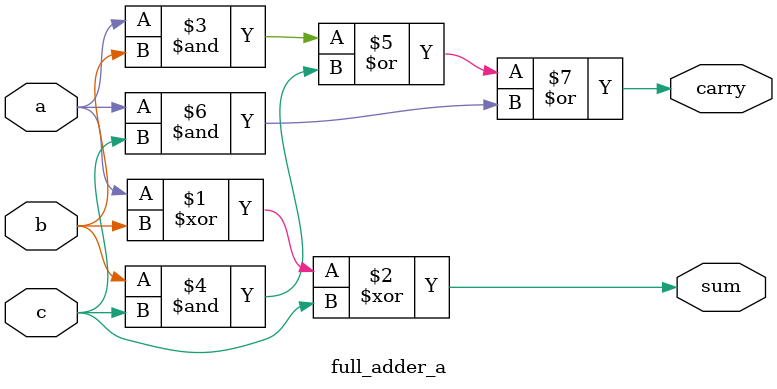
<source format=v>
module full_adder_a (
    input  a,
    input  b,
    input  c,        // Carry in
    output sum,
    output carry
);

assign sum   = a ^ b ^ c;
assign carry = (a & b) | (b & c) | (a & c);

endmodule

</source>
